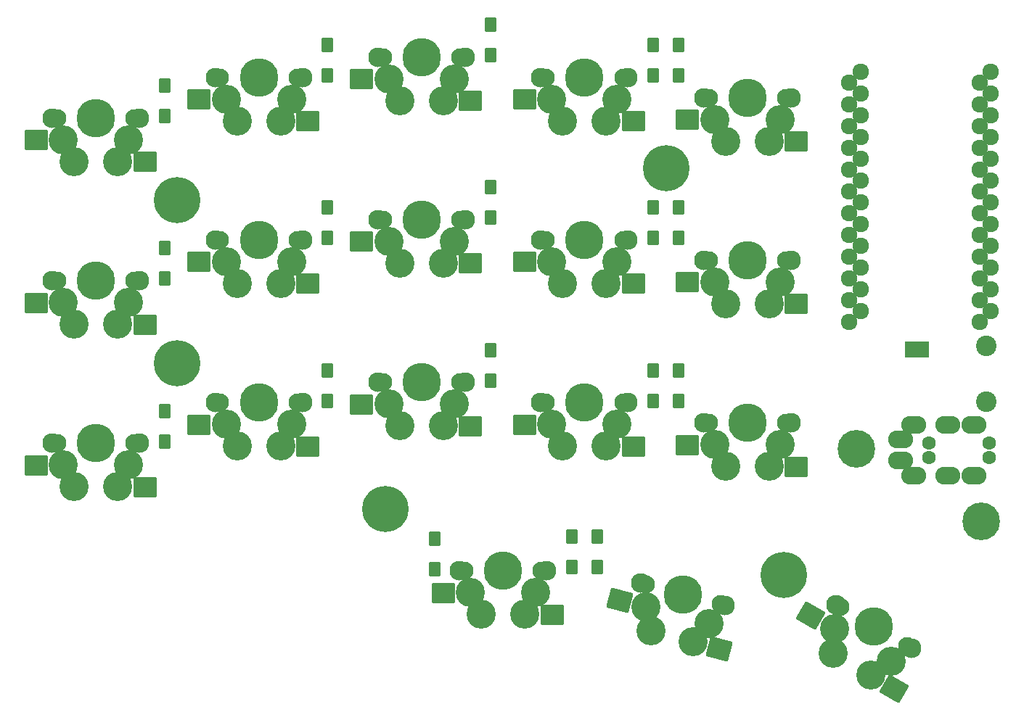
<source format=gts>
G04 #@! TF.GenerationSoftware,KiCad,Pcbnew,(6.0.11)*
G04 #@! TF.CreationDate,2023-02-16T20:31:25+09:00*
G04 #@! TF.ProjectId,corne-cherry,636f726e-652d-4636-9865-7272792e6b69,2.1*
G04 #@! TF.SameCoordinates,Original*
G04 #@! TF.FileFunction,Soldermask,Top*
G04 #@! TF.FilePolarity,Negative*
%FSLAX46Y46*%
G04 Gerber Fmt 4.6, Leading zero omitted, Abs format (unit mm)*
G04 Created by KiCad (PCBNEW (6.0.11)) date 2023-02-16 20:31:25*
%MOMM*%
%LPD*%
G01*
G04 APERTURE LIST*
G04 Aperture macros list*
%AMRoundRect*
0 Rectangle with rounded corners*
0 $1 Rounding radius*
0 $2 $3 $4 $5 $6 $7 $8 $9 X,Y pos of 4 corners*
0 Add a 4 corners polygon primitive as box body*
4,1,4,$2,$3,$4,$5,$6,$7,$8,$9,$2,$3,0*
0 Add four circle primitives for the rounded corners*
1,1,$1+$1,$2,$3*
1,1,$1+$1,$4,$5*
1,1,$1+$1,$6,$7*
1,1,$1+$1,$8,$9*
0 Add four rect primitives between the rounded corners*
20,1,$1+$1,$2,$3,$4,$5,0*
20,1,$1+$1,$4,$5,$6,$7,0*
20,1,$1+$1,$6,$7,$8,$9,0*
20,1,$1+$1,$8,$9,$2,$3,0*%
%AMFreePoly0*
4,1,23,0.586777,0.930194,0.656366,0.874698,0.666410,0.860940,1.166410,0.110940,1.198065,0.027751,1.190491,-0.060935,1.166410,-0.110940,0.666410,-0.860940,0.601795,-0.922156,0.517019,-0.949275,0.500000,-0.950000,-0.500000,-0.950000,-0.586777,-0.930194,-0.656366,-0.874698,-0.694986,-0.794504,-0.700000,-0.750000,-0.700000,0.750000,-0.680194,0.836777,-0.624698,0.906366,-0.544504,0.944986,
-0.500000,0.950000,0.500000,0.950000,0.586777,0.930194,0.586777,0.930194,$1*%
%AMFreePoly1*
4,1,24,0.586777,0.930194,0.656366,0.874698,0.694986,0.794504,0.700000,0.750000,0.700000,-0.750000,0.680194,-0.836777,0.624698,-0.906366,0.544504,-0.944986,0.500000,-0.950000,-0.650000,-0.950000,-0.736777,-0.930194,-0.806366,-0.874698,-0.844986,-0.794504,-0.844986,-0.705496,-0.816410,-0.639060,-0.390370,0.000000,-0.816410,0.639060,-0.848065,0.722249,-0.840491,0.810935,-0.795188,0.887551,
-0.721129,0.936924,-0.650000,0.950000,0.500000,0.950000,0.586777,0.930194,0.586777,0.930194,$1*%
G04 Aperture macros list end*
%ADD10C,5.400000*%
%ADD11C,3.400000*%
%ADD12C,2.300000*%
%ADD13C,2.100000*%
%ADD14C,4.500000*%
%ADD15RoundRect,0.200000X-1.150000X-1.000000X1.150000X-1.000000X1.150000X1.000000X-1.150000X1.000000X0*%
%ADD16C,1.924000*%
%ADD17RoundRect,0.200000X-0.475000X0.650000X-0.475000X-0.650000X0.475000X-0.650000X0.475000X0.650000X0*%
%ADD18C,1.600000*%
%ADD19O,2.900000X2.100000*%
%ADD20RoundRect,0.200000X-1.369634X-0.668284X0.851996X-1.263568X1.369634X0.668284X-0.851996X1.263568X0*%
%ADD21FreePoly0,180.000000*%
%ADD22FreePoly1,180.000000*%
%ADD23C,4.400000*%
%ADD24RoundRect,0.200000X-1.495929X-0.291025X0.495929X-1.441025X1.495929X0.291025X-0.495929X1.441025X0*%
%ADD25C,2.400000*%
G04 APERTURE END LIST*
D10*
X69750000Y-160000000D03*
D11*
X87310000Y-169790000D03*
D12*
X78420000Y-167250000D03*
D13*
X88000000Y-167250000D03*
D11*
X80960000Y-172330000D03*
D12*
X88580000Y-167250000D03*
D13*
X79000000Y-167250000D03*
D11*
X86040000Y-172330000D03*
X79690000Y-169790001D03*
D14*
X83500000Y-167250000D03*
D15*
X76500000Y-169830000D03*
X89200000Y-172370000D03*
D16*
X123860000Y-110292000D03*
X140406400Y-109022000D03*
X140406400Y-111562000D03*
X123860000Y-112832000D03*
X123860000Y-115372000D03*
X140406400Y-114102000D03*
X140406400Y-116642000D03*
X123860000Y-117912000D03*
X140406400Y-119182000D03*
X123860000Y-120452000D03*
X123860000Y-122992000D03*
X140406400Y-121722000D03*
X123860000Y-125532000D03*
X140406400Y-124262000D03*
X123860000Y-128072000D03*
X140406400Y-126802000D03*
X123860000Y-130612000D03*
X140406400Y-129342000D03*
X123860000Y-133152000D03*
X140406400Y-131882000D03*
X140406400Y-134422000D03*
X123860000Y-135692000D03*
X123860000Y-138232000D03*
X140406400Y-136962000D03*
X139100000Y-138232000D03*
X125186400Y-136962000D03*
X125186400Y-134422000D03*
X139100000Y-135692000D03*
X139100000Y-133152000D03*
X125186400Y-131882000D03*
X139100000Y-130612000D03*
X125186400Y-129342000D03*
X139100000Y-128072000D03*
X125186400Y-126802000D03*
X125186400Y-124262000D03*
X139100000Y-125532000D03*
X125186400Y-121722000D03*
X139100000Y-122992000D03*
X139100000Y-120452000D03*
X125186400Y-119182000D03*
X139100000Y-117912000D03*
X125186400Y-116642000D03*
X125186400Y-114102000D03*
X139100000Y-115372000D03*
X125186400Y-111562000D03*
X139100000Y-112832000D03*
X139100000Y-110292000D03*
X125186400Y-109022000D03*
D10*
X102500000Y-120250000D03*
D11*
X51190000Y-112165001D03*
D14*
X55000000Y-109625000D03*
D11*
X52460000Y-114705000D03*
D12*
X49920000Y-109625000D03*
D13*
X59500000Y-109625000D03*
D12*
X60080000Y-109625000D03*
D11*
X58810000Y-112165000D03*
D13*
X50500000Y-109625000D03*
D11*
X57540000Y-114705000D03*
D15*
X48000000Y-112205000D03*
X60700000Y-114745000D03*
D17*
X101000000Y-124850000D03*
X101000000Y-128400000D03*
X82000000Y-122475000D03*
X82000000Y-126025000D03*
X75500000Y-163475000D03*
X75500000Y-167025000D03*
X104000000Y-143850000D03*
X104000000Y-147400000D03*
X104000000Y-105850000D03*
X104000000Y-109400000D03*
D11*
X38540000Y-157455000D03*
X32190000Y-154915001D03*
D13*
X40500000Y-152375000D03*
X31500000Y-152375000D03*
D12*
X30920000Y-152375000D03*
D11*
X33460000Y-157455000D03*
D12*
X41080000Y-152375000D03*
D11*
X39810000Y-154915000D03*
D14*
X36000000Y-152375000D03*
D15*
X29000000Y-154955000D03*
X41700000Y-157495000D03*
D11*
X76540000Y-112330000D03*
X70190000Y-109790001D03*
D12*
X68920000Y-107250000D03*
D11*
X71460000Y-112330000D03*
D12*
X79080000Y-107250000D03*
D14*
X74000000Y-107250000D03*
D11*
X77810000Y-109790000D03*
D13*
X69500000Y-107250000D03*
X78500000Y-107250000D03*
D15*
X67000000Y-109830000D03*
X79700000Y-112370000D03*
D17*
X44000000Y-129600000D03*
X44000000Y-133150000D03*
D10*
X45500000Y-143000000D03*
X116250000Y-167750000D03*
D14*
X55000000Y-147625000D03*
D12*
X49920000Y-147625000D03*
D13*
X59500000Y-147625000D03*
X50500000Y-147625000D03*
D11*
X52460000Y-152705000D03*
X57540000Y-152705000D03*
D12*
X60080000Y-147625000D03*
D11*
X58810000Y-150165000D03*
X51190000Y-150165001D03*
D15*
X48000000Y-150205000D03*
X60700000Y-152745000D03*
D18*
X140185000Y-152300000D03*
X133185000Y-152300000D03*
X133185000Y-154050000D03*
X140185000Y-154050000D03*
D19*
X129885000Y-151950000D03*
X129885000Y-154400000D03*
X138385000Y-156150000D03*
X138385000Y-150200000D03*
X135385000Y-156150000D03*
X135385000Y-150200000D03*
X131385000Y-150200000D03*
X131385000Y-156150000D03*
D11*
X70190000Y-147790001D03*
D13*
X78500000Y-145250000D03*
X69500000Y-145250000D03*
D12*
X79080000Y-145250000D03*
X68920000Y-145250000D03*
D11*
X77810000Y-147790000D03*
X76540000Y-150330000D03*
D14*
X74000000Y-145250000D03*
D11*
X71460000Y-150330000D03*
D15*
X67000000Y-147830000D03*
X79700000Y-150370000D03*
D11*
X96810000Y-131165000D03*
D13*
X88500000Y-128625000D03*
X97500000Y-128625000D03*
D14*
X93000000Y-128625000D03*
D12*
X87920000Y-128625000D03*
X98080000Y-128625000D03*
D11*
X95540000Y-133705000D03*
X89190000Y-131165001D03*
X90460000Y-133705000D03*
D15*
X86000000Y-131205000D03*
X98700000Y-133745000D03*
D17*
X63000000Y-105850000D03*
X63000000Y-109400000D03*
D13*
X31500000Y-133375000D03*
X40500000Y-133375000D03*
D11*
X33460000Y-138455000D03*
D12*
X30920000Y-133375000D03*
D11*
X38540000Y-138455000D03*
X39810000Y-135915000D03*
D12*
X41080000Y-133375000D03*
D14*
X36000000Y-133375000D03*
D11*
X32190000Y-135915001D03*
D15*
X29000000Y-135955000D03*
X41700000Y-138495000D03*
D10*
X45500000Y-124000000D03*
D13*
X116500000Y-112000000D03*
D12*
X117080000Y-112000000D03*
X106920000Y-112000000D03*
D11*
X115810000Y-114540000D03*
D14*
X112000000Y-112000000D03*
D11*
X108190000Y-114540001D03*
D13*
X107500000Y-112000000D03*
D11*
X114540000Y-117080000D03*
X109460000Y-117080000D03*
D15*
X105000000Y-114580000D03*
X117700000Y-117120000D03*
D17*
X63000000Y-124850000D03*
X63000000Y-128400000D03*
X91500000Y-163225000D03*
X91500000Y-166775000D03*
X101000000Y-105850000D03*
X101000000Y-109400000D03*
D11*
X96810000Y-150165000D03*
D12*
X87920000Y-147625000D03*
D13*
X97500000Y-147625000D03*
D11*
X90460000Y-152705000D03*
X95540000Y-152705000D03*
D13*
X88500000Y-147625000D03*
D14*
X93000000Y-147625000D03*
D11*
X89190000Y-150165001D03*
D12*
X98080000Y-147625000D03*
D15*
X86000000Y-150205000D03*
X98700000Y-152745000D03*
D17*
X94500000Y-163225000D03*
X94500000Y-166775000D03*
D11*
X100162422Y-171467352D03*
D12*
X109406903Y-171314801D03*
D13*
X108846666Y-171164686D03*
D11*
X107522777Y-173439552D03*
D12*
X99593097Y-168685199D03*
D11*
X100731748Y-174249503D03*
D13*
X100153334Y-168835314D03*
D14*
X104500000Y-170000000D03*
D11*
X105638651Y-175564304D03*
D20*
X97070766Y-170680355D03*
X108680624Y-176420809D03*
D11*
X58810000Y-131165000D03*
D12*
X60080000Y-128625000D03*
D11*
X57540000Y-133705000D03*
D14*
X55000000Y-128625000D03*
D11*
X51190000Y-131165001D03*
D12*
X49920000Y-128625000D03*
D13*
X59500000Y-128625000D03*
D11*
X52460000Y-133705000D03*
D13*
X50500000Y-128625000D03*
D15*
X48000000Y-131205000D03*
X60700000Y-133745000D03*
D21*
X132525000Y-141425000D03*
D22*
X131075000Y-141425000D03*
D11*
X109460000Y-136080000D03*
X115810000Y-133540000D03*
X108190000Y-133540001D03*
D13*
X116500000Y-131000000D03*
D12*
X106920000Y-131000000D03*
D14*
X112000000Y-131000000D03*
D13*
X107500000Y-131000000D03*
D12*
X117080000Y-131000000D03*
D11*
X114540000Y-136080000D03*
D15*
X105000000Y-133580000D03*
X117700000Y-136120000D03*
D17*
X101000000Y-143850000D03*
X101000000Y-147400000D03*
D11*
X96810000Y-112165000D03*
D13*
X97500000Y-109625000D03*
D14*
X93000000Y-109625000D03*
D12*
X87920000Y-109625000D03*
D11*
X90460000Y-114705000D03*
X89190000Y-112165001D03*
D12*
X98080000Y-109625000D03*
D13*
X88500000Y-109625000D03*
D11*
X95540000Y-114705000D03*
D15*
X86000000Y-112205000D03*
X98700000Y-114745000D03*
D23*
X139250000Y-161500000D03*
D17*
X104000000Y-124850000D03*
X104000000Y-128400000D03*
D11*
X38540000Y-119455000D03*
D12*
X41080000Y-114375000D03*
D11*
X33460000Y-119455000D03*
X39810000Y-116915000D03*
D13*
X40500000Y-114375000D03*
D14*
X36000000Y-114375000D03*
D11*
X32190000Y-116915001D03*
D13*
X31500000Y-114375000D03*
D12*
X30920000Y-114375000D03*
D15*
X29000000Y-116955000D03*
X41700000Y-119495000D03*
D13*
X122852886Y-171500000D03*
D11*
X122010295Y-176879409D03*
D13*
X130647114Y-176000000D03*
D14*
X126750000Y-173750000D03*
D12*
X122350591Y-171210000D03*
D11*
X128779557Y-177854705D03*
X122180443Y-174044705D03*
D12*
X131149409Y-176290000D03*
D11*
X126409705Y-179419409D03*
D24*
X119397822Y-172484346D03*
X129126345Y-181034050D03*
D17*
X63000000Y-143850000D03*
X63000000Y-147400000D03*
X44000000Y-110600000D03*
X44000000Y-114150000D03*
X82000000Y-141475000D03*
X82000000Y-145025000D03*
D11*
X108190000Y-152540001D03*
D12*
X117080000Y-150000000D03*
D14*
X112000000Y-150000000D03*
D11*
X115810000Y-152540000D03*
X114540000Y-155080000D03*
D13*
X116500000Y-150000000D03*
D11*
X109460000Y-155080000D03*
D12*
X106920000Y-150000000D03*
D13*
X107500000Y-150000000D03*
D15*
X105000000Y-152580000D03*
X117700000Y-155120000D03*
D11*
X77810000Y-128790000D03*
X70190000Y-128790001D03*
D13*
X78500000Y-126250000D03*
D14*
X74000000Y-126250000D03*
D11*
X76540000Y-131330000D03*
D12*
X79080000Y-126250000D03*
D11*
X71460000Y-131330000D03*
D13*
X69500000Y-126250000D03*
D12*
X68920000Y-126250000D03*
D15*
X67000000Y-128830000D03*
X79700000Y-131370000D03*
D17*
X44000000Y-148600000D03*
X44000000Y-152150000D03*
X82000000Y-103475000D03*
X82000000Y-107025000D03*
D23*
X124750000Y-153000000D03*
D25*
X139900000Y-141000000D03*
X139900000Y-147500000D03*
M02*

</source>
